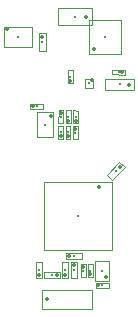
<source format=gbr>
%TF.GenerationSoftware,KiCad,Pcbnew,9.0.3*%
%TF.CreationDate,2025-08-06T14:02:13+08:00*%
%TF.ProjectId,Main,4d61696e-2e6b-4696-9361-645f70636258,3*%
%TF.SameCoordinates,Original*%
%TF.FileFunction,Component,L1,Top*%
%TF.FilePolarity,Positive*%
%FSLAX46Y46*%
G04 Gerber Fmt 4.6, Leading zero omitted, Abs format (unit mm)*
G04 Created by KiCad (PCBNEW 9.0.3) date 2025-08-06 14:02:13*
%MOMM*%
%LPD*%
G01*
G04 APERTURE LIST*
%TA.AperFunction,ComponentMain*%
%ADD10C,0.300000*%
%TD*%
%TA.AperFunction,ComponentOutline,Footprint*%
%ADD11C,0.100000*%
%TD*%
%TA.AperFunction,ComponentPin*%
%ADD12P,0.360000X4X0.000000*%
%TD*%
%TA.AperFunction,ComponentPin*%
%ADD13C,0.100000*%
%TD*%
G04 APERTURE END LIST*
D10*
%TO.C,U6*%
%TO.CFtp,AW35122*%
%TO.CVal,AW35122*%
%TO.CLbN,Pixels-dice*%
%TO.CMnt,SMD*%
%TO.CRot,-90*%
X146740000Y-75178402D03*
D11*
X147105000Y-74813402D02*
X146375000Y-74813402D01*
X146375000Y-75543402D01*
X147105000Y-75543402D01*
X147105000Y-74813402D01*
D12*
%TO.P,U6,A1,VOUT*%
X146990000Y-74928402D03*
D13*
%TO.P,U6,A2,VIN*%
X146990000Y-75428402D03*
%TO.P,U6,B1,GND*%
X146490000Y-74928402D03*
%TO.P,U6,B2,EN*%
X146490000Y-75428402D03*
%TD*%
D10*
%TO.C,C7*%
%TO.CFtp,C_0201_0603Metric*%
%TO.CVal,100pF NP0 10V 2\u0025*%
%TO.CLbN,Capacitor_SMD*%
%TO.CMnt,SMD*%
%TO.CRot,-90*%
X146260000Y-91040000D03*
D11*
X146460000Y-90490000D02*
X146060000Y-90490000D01*
X146060000Y-91590000D01*
X146460000Y-91590000D01*
X146460000Y-90490000D01*
D12*
%TO.P,C7,1*%
X146260000Y-90720000D03*
D13*
%TO.P,C7,2*%
X146260000Y-91360000D03*
%TD*%
D10*
%TO.C,C5*%
%TO.CFtp,C_0201_0603Metric*%
%TO.CVal,8pF 10V 10\u0025*%
%TO.CLbN,Capacitor_SMD*%
%TO.CMnt,SMD*%
%TO.CRot,90*%
X146850000Y-91040000D03*
D11*
X146650000Y-91590000D02*
X147050000Y-91590000D01*
X147050000Y-90490000D01*
X146650000Y-90490000D01*
X146650000Y-91590000D01*
D12*
%TO.P,C5,1*%
X146850000Y-91360000D03*
D13*
%TO.P,C5,2*%
X146850000Y-90720000D03*
%TD*%
D10*
%TO.C,C2*%
%TO.CFtp,C_0201_0603Metric*%
%TO.CVal,8pF 10V 10\u0025*%
%TO.CLbN,Capacitor_SMD*%
%TO.CMnt,SMD*%
%TO.CRot,0*%
X147870000Y-92300000D03*
D11*
X147320000Y-92100000D02*
X147320000Y-92500000D01*
X148420000Y-92500000D01*
X148420000Y-92100000D01*
X147320000Y-92100000D01*
D12*
%TO.P,C2,1*%
X147550000Y-92300000D03*
D13*
%TO.P,C2,2*%
X148190000Y-92300000D03*
%TD*%
D10*
%TO.C,U1*%
%TO.CFtp,QFN-32-1EP_5x5mm_P0.5mm_EP3.1x3.1mm*%
%TO.CVal,N52810_QFN32*%
%TO.CLbN,Pixels-dice*%
%TO.CMnt,SMD*%
%TO.CRot,-90*%
X145838085Y-86391742D03*
D11*
X148713085Y-83516742D02*
X142963085Y-83516742D01*
X142963085Y-89266742D01*
X148713085Y-89266742D01*
X148713085Y-83516742D01*
D12*
%TO.P,U1,1,DEC1*%
X147588085Y-83954242D03*
D13*
%TO.P,U1,2,P0.00/XL1*%
X147088085Y-83954242D03*
%TO.P,U1,3,P0.01/XL2*%
X146588085Y-83954242D03*
%TO.P,U1,4,P0.04/AIN2*%
X146088085Y-83954242D03*
%TO.P,U1,5,P0.05/AIN3*%
X145588085Y-83954242D03*
%TO.P,U1,6,P0.06*%
X145088085Y-83954242D03*
%TO.P,U1,7,P0.09*%
X144588085Y-83954242D03*
%TO.P,U1,8,P0.10*%
X144088085Y-83954242D03*
%TO.P,U1,9,VDD*%
X143400585Y-84641742D03*
%TO.P,U1,10,P0.12*%
X143400585Y-85141742D03*
%TO.P,U1,11,P0.14*%
X143400585Y-85641742D03*
%TO.P,U1,12,P0.15*%
X143400585Y-86141742D03*
%TO.P,U1,13,P0.16/TDATA1*%
X143400585Y-86641742D03*
%TO.P,U1,14,P0.18/TDATA0*%
X143400585Y-87141742D03*
%TO.P,U1,15,P0.20/TCLK*%
X143400585Y-87641742D03*
%TO.P,U1,16,P0.16*%
X143400585Y-88141742D03*
%TO.P,U1,17,SWDCLK*%
X144088085Y-88829242D03*
%TO.P,U1,18,SWDIO*%
X144588085Y-88829242D03*
%TO.P,U1,19,ANT*%
X145088085Y-88829242D03*
%TO.P,U1,20,VSS*%
X145588085Y-88829242D03*
%TO.P,U1,21,DEC2*%
X146088085Y-88829242D03*
%TO.P,U1,22,DEC3*%
X146588085Y-88829242D03*
%TO.P,U1,23,XC1*%
X147088085Y-88829242D03*
%TO.P,U1,24,XC2*%
X147588085Y-88829242D03*
%TO.P,U1,25,VDD*%
X148275585Y-88141742D03*
%TO.P,U1,26,P0.25*%
X148275585Y-87641742D03*
%TO.P,U1,27,P0.28/AIN4*%
X148275585Y-87141742D03*
%TO.P,U1,28,P0.30/AIN6*%
X148275585Y-86641742D03*
%TO.P,U1,29,VSS*%
X148275585Y-86141742D03*
%TO.P,U1,30,DEC4*%
X148275585Y-85641742D03*
%TO.P,U1,31,DCC*%
X148275585Y-85141742D03*
%TO.P,U1,32,VDD*%
X148275585Y-84641742D03*
%TO.P,U1,33,VSS*%
X145838085Y-86391742D03*
%TD*%
D10*
%TO.C,C8*%
%TO.CFtp,0402_RF*%
%TO.CVal,0.8pF 10V 5\u0025 C0G*%
%TO.CLbN,Pixels-dice*%
%TO.CMnt,SMD*%
%TO.CRot,0*%
X145490000Y-89770000D03*
D11*
X144800000Y-89520000D02*
X144800000Y-90020000D01*
X146180000Y-90020000D01*
X146180000Y-89520000D01*
X144800000Y-89520000D01*
D12*
%TO.P,C8,1*%
X145050000Y-89770000D03*
D13*
%TO.P,C8,2*%
X145930000Y-89770000D03*
%TD*%
D10*
%TO.C,C9*%
%TO.CFtp,C_0402_1005Metric*%
%TO.CVal,10uF 6.3V 20\u0025*%
%TO.CLbN,Pixels-dice*%
%TO.CMnt,SMD*%
%TO.CRot,-135*%
X149010589Y-82629411D03*
D11*
X149767193Y-82311213D02*
X149328787Y-81872807D01*
X148253985Y-82947609D01*
X148692391Y-83386015D01*
X149767193Y-82311213D01*
D12*
%TO.P,C9,1*%
X149350000Y-82290000D03*
D13*
%TO.P,C9,2*%
X148671178Y-82968822D03*
%TD*%
D10*
%TO.C,R4*%
%TO.CFtp,R_0201_0603Metric*%
%TO.CVal,10k 1\u0025*%
%TO.CLbN,Resistor_SMD*%
%TO.CMnt,SMD*%
%TO.CRot,179.5*%
X149250012Y-74237208D03*
D11*
X149798246Y-74442000D02*
X149801736Y-74042015D01*
X148701778Y-74032416D01*
X148698288Y-74432401D01*
X149798246Y-74442000D01*
D12*
%TO.P,R4,1*%
X149570000Y-74240000D03*
D13*
%TO.P,R4,2*%
X148930024Y-74234416D03*
%TD*%
D10*
%TO.C,R6*%
%TO.CFtp,R_0201_0603Metric*%
%TO.CVal,3.9k 1\u0025*%
%TO.CLbN,Resistor_SMD*%
%TO.CMnt,SMD*%
%TO.CRot,0.5*%
X142310012Y-77122792D03*
D11*
X141758288Y-76927599D02*
X141761778Y-77327584D01*
X142861736Y-77317985D01*
X142858246Y-76918000D01*
X141758288Y-76927599D01*
D12*
%TO.P,R6,1*%
X141990024Y-77125584D03*
D13*
%TO.P,R6,2*%
X142630000Y-77120000D03*
%TD*%
D10*
%TO.C,C13*%
%TO.CFtp,C_0402_1005Metric*%
%TO.CVal,4.7uF 25V 20\u0025*%
%TO.CLbN,Capacitor_SMD*%
%TO.CMnt,SMD*%
%TO.CRot,-90.5*%
X142794189Y-71720018D03*
D11*
X143110809Y-70962752D02*
X142490833Y-70957342D01*
X142477569Y-72477284D01*
X143097545Y-72482694D01*
X143110809Y-70962752D01*
D12*
%TO.P,C13,1*%
X142798378Y-71240036D03*
D13*
%TO.P,C13,2*%
X142790000Y-72200000D03*
%TD*%
D10*
%TO.C,C15*%
%TO.CFtp,C_0603_1608Metric*%
%TO.CVal,22uF 10V 20\u0025*%
%TO.CLbN,Capacitor_SMD*%
%TO.CMnt,SMD*%
%TO.CRot,179.5*%
X149335030Y-75283237D03*
D11*
X150555838Y-75768909D02*
X150564128Y-74818945D01*
X148114222Y-74797565D01*
X148105932Y-75747529D01*
X150555838Y-75768909D01*
D12*
%TO.P,C15,1*%
X150110000Y-75290000D03*
D13*
%TO.P,C15,2*%
X148560060Y-75276474D03*
%TD*%
D10*
%TO.C,C21*%
%TO.CFtp,C_0201_0603Metric*%
%TO.CVal,10nF 25V 10\u0025*%
%TO.CLbN,Capacitor_SMD*%
%TO.CMnt,SMD*%
%TO.CRot,-90.5*%
X145603011Y-79352945D03*
D11*
X145807803Y-78804711D02*
X145407818Y-78801221D01*
X145398219Y-79901179D01*
X145798204Y-79904669D01*
X145807803Y-78804711D01*
D12*
%TO.P,C21,1*%
X145605803Y-79032957D03*
D13*
%TO.P,C21,2*%
X145600219Y-79672933D03*
%TD*%
D10*
%TO.C,R7*%
%TO.CFtp,R_0201_0603Metric*%
%TO.CVal,3.9M 1\u0025*%
%TO.CLbN,Resistor_SMD*%
%TO.CMnt,SMD*%
%TO.CRot,-90.5*%
X144373230Y-78020014D03*
D11*
X144578022Y-77471780D02*
X144178037Y-77468290D01*
X144168438Y-78568248D01*
X144568423Y-78571738D01*
X144578022Y-77471780D01*
D12*
%TO.P,R7,1*%
X144376022Y-77700026D03*
D13*
%TO.P,R7,2*%
X144370438Y-78340002D03*
%TD*%
D10*
%TO.C,R2*%
%TO.CFtp,R_0201_0603Metric*%
%TO.CVal,3.9M 1\u0025*%
%TO.CLbN,Resistor_SMD*%
%TO.CMnt,SMD*%
%TO.CRot,89.5*%
X144974764Y-79345091D03*
D11*
X144769972Y-79893325D02*
X145169957Y-79896815D01*
X145179556Y-78796857D01*
X144779571Y-78793367D01*
X144769972Y-79893325D01*
D12*
%TO.P,R2,1*%
X144971972Y-79665079D03*
D13*
%TO.P,R2,2*%
X144977556Y-79025103D03*
%TD*%
D10*
%TO.C,R8*%
%TO.CFtp,R_0201_0603Metric*%
%TO.CVal,10M 1\u0025*%
%TO.CLbN,Resistor_SMD*%
%TO.CMnt,SMD*%
%TO.CRot,89.5*%
X145633011Y-78035013D03*
D11*
X145428219Y-78583247D02*
X145828204Y-78586737D01*
X145837803Y-77486779D01*
X145437818Y-77483289D01*
X145428219Y-78583247D01*
D12*
%TO.P,R8,1*%
X145630219Y-78355001D03*
D13*
%TO.P,R8,2*%
X145635803Y-77715025D03*
%TD*%
D10*
%TO.C,R1*%
%TO.CFtp,R_0201_0603Metric*%
%TO.CVal,3.9M 1\u0025*%
%TO.CLbN,Resistor_SMD*%
%TO.CMnt,SMD*%
%TO.CRot,89.5*%
X144357427Y-79334989D03*
D11*
X144152635Y-79883223D02*
X144552620Y-79886713D01*
X144562219Y-78786755D01*
X144162234Y-78783265D01*
X144152635Y-79883223D01*
D12*
%TO.P,R1,1*%
X144354635Y-79654977D03*
D13*
%TO.P,R1,2*%
X144360219Y-79015001D03*
%TD*%
D10*
%TO.C,C22*%
%TO.CFtp,C_0201_0603Metric*%
%TO.CVal,10nF 25V 10\u0025*%
%TO.CLbN,Capacitor_SMD*%
%TO.CMnt,SMD*%
%TO.CRot,89.5*%
X145005692Y-78030825D03*
D11*
X144800900Y-78579059D02*
X145200885Y-78582549D01*
X145210484Y-77482591D01*
X144810499Y-77479101D01*
X144800900Y-78579059D01*
D12*
%TO.P,C22,1*%
X145002900Y-78350813D03*
D13*
%TO.P,C22,2*%
X145008484Y-77710837D03*
%TD*%
D10*
%TO.C,Y1*%
%TO.CFtp,SX16Y032000B81T001*%
%TO.CVal,32MHz 40ppm*%
%TO.CLbN,Pixels-dice*%
%TO.CMnt,SMD*%
%TO.CRot,90*%
X147855000Y-91077500D03*
D11*
X147235000Y-91912500D02*
X148475000Y-91912500D01*
X148475000Y-90242500D01*
X147235000Y-90242500D01*
X147235000Y-91912500D01*
D12*
%TO.P,Y1,1,1*%
X148215000Y-91577500D03*
D13*
%TO.P,Y1,2,2*%
X148215000Y-90577500D03*
%TO.P,Y1,3,3*%
X147495000Y-90577500D03*
%TO.P,Y1,4,4*%
X147495000Y-91577500D03*
%TD*%
D10*
%TO.C,C11*%
%TO.CFtp,0402_RF*%
%TO.CVal,DNP*%
%TO.CLbN,Pixels-dice*%
%TO.CMnt,SMD*%
%TO.CRot,90*%
X142548085Y-90991742D03*
D11*
X142298085Y-91681742D02*
X142798085Y-91681742D01*
X142798085Y-90301742D01*
X142298085Y-90301742D01*
X142298085Y-91681742D01*
D12*
%TO.P,C11,1*%
X142548085Y-91431742D03*
D13*
%TO.P,C11,2*%
X142548085Y-90551742D03*
%TD*%
D10*
%TO.C,L5*%
%TO.CFtp,0402_RF*%
%TO.CVal,3.9nH 5\u0025*%
%TO.CLbN,Pixels-dice*%
%TO.CMnt,SMD*%
%TO.CRot,-90*%
X145448085Y-90991742D03*
D11*
X145698085Y-90301742D02*
X145198085Y-90301742D01*
X145198085Y-91681742D01*
X145698085Y-91681742D01*
X145698085Y-90301742D01*
D12*
%TO.P,L5,1,1*%
X145448085Y-90551742D03*
D13*
%TO.P,L5,2,2*%
X145448085Y-91431742D03*
%TD*%
D10*
%TO.C,U3*%
%TO.CFtp,SOT-23*%
%TO.CVal,PJ75BL50SA*%
%TO.CLbN,Pixels-dice*%
%TO.CMnt,SMD*%
%TO.CRot,-90*%
X148110000Y-71260000D03*
D11*
X149460000Y-69810000D02*
X146760000Y-69810000D01*
X146760000Y-72710000D01*
X149460000Y-72710000D01*
X149460000Y-69810000D01*
D12*
%TO.P,U3,1,VSS*%
X147160000Y-72260000D03*
D13*
%TO.P,U3,2,VOUT*%
X149060000Y-72260000D03*
%TO.P,U3,3,VIN*%
X148110000Y-70260000D03*
%TD*%
D10*
%TO.C,C24*%
%TO.CFtp,C_0201_0603Metric*%
%TO.CVal,0.1uF 10V 20\u0025*%
%TO.CLbN,Capacitor_SMD*%
%TO.CMnt,SMD*%
%TO.CRot,90*%
X145180000Y-74640000D03*
D11*
X144980000Y-75190000D02*
X145380000Y-75190000D01*
X145380000Y-74090000D01*
X144980000Y-74090000D01*
X144980000Y-75190000D01*
D12*
%TO.P,C24,1*%
X145180000Y-74960000D03*
D13*
%TO.P,C24,2*%
X145180000Y-74320000D03*
%TD*%
D10*
%TO.C,L3*%
%TO.CFtp,0402_RF*%
%TO.CVal,0 Ohm*%
%TO.CLbN,Pixels-dice*%
%TO.CMnt,SMD*%
%TO.CRot,180*%
X143638085Y-91431742D03*
D11*
X144328085Y-91681742D02*
X144328085Y-91181742D01*
X142948085Y-91181742D01*
X142948085Y-91681742D01*
X144328085Y-91681742D01*
D12*
%TO.P,L3,1,1*%
X144078085Y-91431742D03*
D13*
%TO.P,L3,2,2*%
X143198085Y-91431742D03*
%TD*%
D10*
%TO.C,D1*%
%TO.CFtp,SOT-363_SC-70-6*%
%TO.CVal,BAV99S*%
%TO.CLbN,Pixels-dice*%
%TO.CMnt,SMD*%
%TO.CRot,0*%
X140720000Y-71230000D03*
D11*
X139545000Y-70380000D02*
X139545000Y-72080000D01*
X141895000Y-72080000D01*
X141895000Y-70380000D01*
X139545000Y-70380000D01*
D12*
%TO.P,D1,1,A1*%
X139820000Y-70580000D03*
D13*
%TO.P,D1,2,K2*%
X139820000Y-71230000D03*
%TO.P,D1,3,K1A2*%
X139820000Y-71880000D03*
%TO.P,D1,4,A3*%
X141620000Y-71880000D03*
%TO.P,D1,5,K4*%
X141620000Y-71230000D03*
%TO.P,D1,6,K3A4*%
X141620000Y-70580000D03*
%TD*%
D10*
%TO.C,C12*%
%TO.CFtp,0402_RF*%
%TO.CVal,DNP*%
%TO.CLbN,Pixels-dice*%
%TO.CMnt,SMD*%
%TO.CRot,90*%
X144728085Y-90991742D03*
D11*
X144478085Y-91681742D02*
X144978085Y-91681742D01*
X144978085Y-90301742D01*
X144478085Y-90301742D01*
X144478085Y-91681742D01*
D12*
%TO.P,C12,1*%
X144728085Y-91431742D03*
D13*
%TO.P,C12,2*%
X144728085Y-90551742D03*
%TD*%
D10*
%TO.C,AE1*%
%TO.CFtp,CHIP_ANT*%
%TO.CVal,Antenna_Chip*%
%TO.CLbN,Pixels-dice*%
%TO.CMnt,SMD*%
%TO.CRot,-90*%
X143170000Y-93480001D03*
D11*
X146970001Y-92680001D02*
X142770000Y-92680001D01*
X142770000Y-94280002D01*
X146970001Y-94280002D01*
X146970001Y-92680001D01*
D12*
%TO.P,AE1,1,FEED*%
X143170000Y-93480001D03*
D13*
%TO.P,AE1,2,PCB_Trace*%
X146570001Y-93480002D03*
%TD*%
D10*
%TO.C,U9*%
%TO.CFtp,SOT-553*%
%TO.CVal,XT4051*%
%TO.CLbN,Package_TO_SOT_SMD*%
%TO.CMnt,SMD*%
%TO.CRot,-90*%
X143030000Y-78697500D03*
D11*
X143705000Y-77647500D02*
X142355000Y-77647500D01*
X142355000Y-79747500D01*
X143705000Y-79747500D01*
X143705000Y-77647500D01*
D12*
%TO.P,U9,1,BAT*%
X143530000Y-77985000D03*
D13*
%TO.P,U9,2,GND*%
X143030000Y-77985000D03*
%TO.P,U9,3,CHRG*%
X142530000Y-77985000D03*
%TO.P,U9,4,PROG*%
X142530000Y-79410000D03*
%TO.P,U9,5,VCC*%
X143530000Y-79410000D03*
%TD*%
D10*
%TO.C,C19*%
%TO.CFtp,C_0805_2012Metric*%
%TO.CVal,12nF 50V 5\u0025 NP0*%
%TO.CLbN,Capacitor_SMD*%
%TO.CMnt,SMD*%
%TO.CRot,180*%
X145590000Y-69530000D03*
D11*
X147040000Y-70255000D02*
X147040000Y-68805000D01*
X144140000Y-68805000D01*
X144140000Y-70255000D01*
X147040000Y-70255000D01*
D12*
%TO.P,C19,1*%
X146540000Y-69530000D03*
D13*
%TO.P,C19,2*%
X144640000Y-69530000D03*
%TD*%
M02*

</source>
